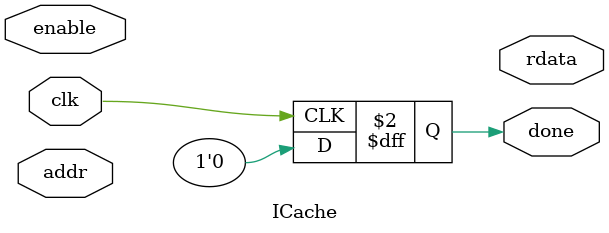
<source format=sv>
/* instruction cache */
module ICache(input clk,
	input enable,
	input[63:0] addr,
	output[511:0] rdata,
	output done);

	always_ff @ (posedge clk) begin
		done <= 0;
	end

endmodule

/* vim: set ts=4 sw=0 tw=0 noet : */

</source>
